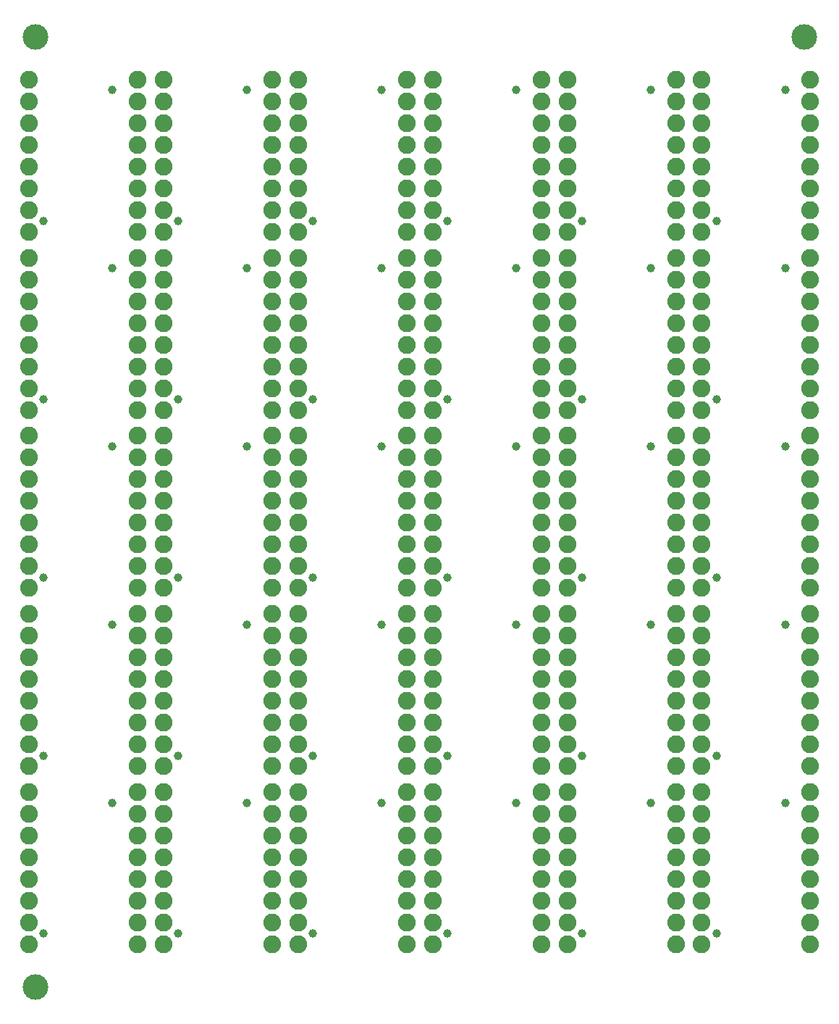
<source format=gbs>
%TF.GenerationSoftware,KiCad,Pcbnew,7.0.10*%
%TF.CreationDate,2024-02-23T15:38:17-07:00*%
%TF.ProjectId,SparkFun_Stepper_Motor_Breakout_TC78H670FTG_panelized,53706172-6b46-4756-9e5f-537465707065,rev?*%
%TF.SameCoordinates,Original*%
%TF.FileFunction,Soldermask,Bot*%
%TF.FilePolarity,Negative*%
%FSLAX46Y46*%
G04 Gerber Fmt 4.6, Leading zero omitted, Abs format (unit mm)*
G04 Created by KiCad (PCBNEW 7.0.10) date 2024-02-23 15:38:17*
%MOMM*%
%LPD*%
G01*
G04 APERTURE LIST*
%ADD10C,2.082800*%
%ADD11C,1.000000*%
%ADD12C,3.000000*%
G04 APERTURE END LIST*
D10*
%TO.C,J2*%
X148590000Y-95250000D03*
X148590000Y-97790000D03*
X148590000Y-100330000D03*
X148590000Y-102870000D03*
X148590000Y-105410000D03*
X148590000Y-107950000D03*
X148590000Y-110490000D03*
X148590000Y-113030000D03*
%TD*%
%TO.C,J2*%
X148590000Y-53610000D03*
X148590000Y-56150000D03*
X148590000Y-58690000D03*
X148590000Y-61230000D03*
X148590000Y-63770000D03*
X148590000Y-66310000D03*
X148590000Y-68850000D03*
X148590000Y-71390000D03*
%TD*%
%TO.C,J2*%
X164330000Y-11970000D03*
X164330000Y-14510000D03*
X164330000Y-17050000D03*
X164330000Y-19590000D03*
X164330000Y-22130000D03*
X164330000Y-24670000D03*
X164330000Y-27210000D03*
X164330000Y-29750000D03*
%TD*%
%TO.C,J2*%
X164330000Y-95250000D03*
X164330000Y-97790000D03*
X164330000Y-100330000D03*
X164330000Y-102870000D03*
X164330000Y-105410000D03*
X164330000Y-107950000D03*
X164330000Y-110490000D03*
X164330000Y-113030000D03*
%TD*%
%TO.C,J2*%
X148590000Y-32790000D03*
X148590000Y-35330000D03*
X148590000Y-37870000D03*
X148590000Y-40410000D03*
X148590000Y-42950000D03*
X148590000Y-45490000D03*
X148590000Y-48030000D03*
X148590000Y-50570000D03*
%TD*%
%TO.C,J2*%
X148590000Y-11970000D03*
X148590000Y-14510000D03*
X148590000Y-17050000D03*
X148590000Y-19590000D03*
X148590000Y-22130000D03*
X148590000Y-24670000D03*
X148590000Y-27210000D03*
X148590000Y-29750000D03*
%TD*%
%TO.C,J2*%
X164330000Y-74430000D03*
X164330000Y-76970000D03*
X164330000Y-79510000D03*
X164330000Y-82050000D03*
X164330000Y-84590000D03*
X164330000Y-87130000D03*
X164330000Y-89670000D03*
X164330000Y-92210000D03*
%TD*%
%TO.C,J2*%
X164330000Y-32790000D03*
X164330000Y-35330000D03*
X164330000Y-37870000D03*
X164330000Y-40410000D03*
X164330000Y-42950000D03*
X164330000Y-45490000D03*
X164330000Y-48030000D03*
X164330000Y-50570000D03*
%TD*%
%TO.C,J2*%
X148590000Y-74430000D03*
X148590000Y-76970000D03*
X148590000Y-79510000D03*
X148590000Y-82050000D03*
X148590000Y-84590000D03*
X148590000Y-87130000D03*
X148590000Y-89670000D03*
X148590000Y-92210000D03*
%TD*%
%TO.C,J2*%
X227290000Y-74430000D03*
X227290000Y-76970000D03*
X227290000Y-79510000D03*
X227290000Y-82050000D03*
X227290000Y-84590000D03*
X227290000Y-87130000D03*
X227290000Y-89670000D03*
X227290000Y-92210000D03*
%TD*%
%TO.C,J2*%
X164330000Y-53610000D03*
X164330000Y-56150000D03*
X164330000Y-58690000D03*
X164330000Y-61230000D03*
X164330000Y-63770000D03*
X164330000Y-66310000D03*
X164330000Y-68850000D03*
X164330000Y-71390000D03*
%TD*%
%TO.C,J2*%
X211550000Y-53610000D03*
X211550000Y-56150000D03*
X211550000Y-58690000D03*
X211550000Y-61230000D03*
X211550000Y-63770000D03*
X211550000Y-66310000D03*
X211550000Y-68850000D03*
X211550000Y-71390000D03*
%TD*%
%TO.C,J2*%
X180070000Y-11970000D03*
X180070000Y-14510000D03*
X180070000Y-17050000D03*
X180070000Y-19590000D03*
X180070000Y-22130000D03*
X180070000Y-24670000D03*
X180070000Y-27210000D03*
X180070000Y-29750000D03*
%TD*%
%TO.C,J2*%
X227290000Y-95250000D03*
X227290000Y-97790000D03*
X227290000Y-100330000D03*
X227290000Y-102870000D03*
X227290000Y-105410000D03*
X227290000Y-107950000D03*
X227290000Y-110490000D03*
X227290000Y-113030000D03*
%TD*%
%TO.C,J2*%
X180070000Y-95250000D03*
X180070000Y-97790000D03*
X180070000Y-100330000D03*
X180070000Y-102870000D03*
X180070000Y-105410000D03*
X180070000Y-107950000D03*
X180070000Y-110490000D03*
X180070000Y-113030000D03*
%TD*%
%TO.C,J2*%
X211550000Y-32790000D03*
X211550000Y-35330000D03*
X211550000Y-37870000D03*
X211550000Y-40410000D03*
X211550000Y-42950000D03*
X211550000Y-45490000D03*
X211550000Y-48030000D03*
X211550000Y-50570000D03*
%TD*%
%TO.C,J2*%
X180070000Y-74430000D03*
X180070000Y-76970000D03*
X180070000Y-79510000D03*
X180070000Y-82050000D03*
X180070000Y-84590000D03*
X180070000Y-87130000D03*
X180070000Y-89670000D03*
X180070000Y-92210000D03*
%TD*%
%TO.C,J2*%
X195810000Y-74430000D03*
X195810000Y-76970000D03*
X195810000Y-79510000D03*
X195810000Y-82050000D03*
X195810000Y-84590000D03*
X195810000Y-87130000D03*
X195810000Y-89670000D03*
X195810000Y-92210000D03*
%TD*%
%TO.C,J2*%
X195810000Y-32790000D03*
X195810000Y-35330000D03*
X195810000Y-37870000D03*
X195810000Y-40410000D03*
X195810000Y-42950000D03*
X195810000Y-45490000D03*
X195810000Y-48030000D03*
X195810000Y-50570000D03*
%TD*%
%TO.C,J2*%
X195810000Y-11970000D03*
X195810000Y-14510000D03*
X195810000Y-17050000D03*
X195810000Y-19590000D03*
X195810000Y-22130000D03*
X195810000Y-24670000D03*
X195810000Y-27210000D03*
X195810000Y-29750000D03*
%TD*%
%TO.C,J2*%
X180070000Y-53610000D03*
X180070000Y-56150000D03*
X180070000Y-58690000D03*
X180070000Y-61230000D03*
X180070000Y-63770000D03*
X180070000Y-66310000D03*
X180070000Y-68850000D03*
X180070000Y-71390000D03*
%TD*%
%TO.C,J2*%
X195810000Y-53610000D03*
X195810000Y-56150000D03*
X195810000Y-58690000D03*
X195810000Y-61230000D03*
X195810000Y-63770000D03*
X195810000Y-66310000D03*
X195810000Y-68850000D03*
X195810000Y-71390000D03*
%TD*%
%TO.C,J2*%
X195810000Y-95250000D03*
X195810000Y-97790000D03*
X195810000Y-100330000D03*
X195810000Y-102870000D03*
X195810000Y-105410000D03*
X195810000Y-107950000D03*
X195810000Y-110490000D03*
X195810000Y-113030000D03*
%TD*%
%TO.C,J2*%
X211550000Y-74430000D03*
X211550000Y-76970000D03*
X211550000Y-79510000D03*
X211550000Y-82050000D03*
X211550000Y-84590000D03*
X211550000Y-87130000D03*
X211550000Y-89670000D03*
X211550000Y-92210000D03*
%TD*%
%TO.C,J2*%
X227290000Y-53610000D03*
X227290000Y-56150000D03*
X227290000Y-58690000D03*
X227290000Y-61230000D03*
X227290000Y-63770000D03*
X227290000Y-66310000D03*
X227290000Y-68850000D03*
X227290000Y-71390000D03*
%TD*%
%TO.C,J2*%
X227290000Y-32790000D03*
X227290000Y-35330000D03*
X227290000Y-37870000D03*
X227290000Y-40410000D03*
X227290000Y-42950000D03*
X227290000Y-45490000D03*
X227290000Y-48030000D03*
X227290000Y-50570000D03*
%TD*%
%TO.C,J2*%
X211550000Y-95250000D03*
X211550000Y-97790000D03*
X211550000Y-100330000D03*
X211550000Y-102870000D03*
X211550000Y-105410000D03*
X211550000Y-107950000D03*
X211550000Y-110490000D03*
X211550000Y-113030000D03*
%TD*%
%TO.C,J2*%
X180070000Y-32790000D03*
X180070000Y-35330000D03*
X180070000Y-37870000D03*
X180070000Y-40410000D03*
X180070000Y-42950000D03*
X180070000Y-45490000D03*
X180070000Y-48030000D03*
X180070000Y-50570000D03*
%TD*%
%TO.C,J2*%
X211550000Y-11970000D03*
X211550000Y-14510000D03*
X211550000Y-17050000D03*
X211550000Y-19590000D03*
X211550000Y-22130000D03*
X211550000Y-24670000D03*
X211550000Y-27210000D03*
X211550000Y-29750000D03*
%TD*%
%TO.C,J2*%
X227290000Y-11970000D03*
X227290000Y-14510000D03*
X227290000Y-17050000D03*
X227290000Y-19590000D03*
X227290000Y-22130000D03*
X227290000Y-24670000D03*
X227290000Y-27210000D03*
X227290000Y-29750000D03*
%TD*%
%TO.C,J1*%
X135890000Y-95250000D03*
X135890000Y-97790000D03*
X135890000Y-100330000D03*
X135890000Y-102870000D03*
X135890000Y-105410000D03*
X135890000Y-107950000D03*
X135890000Y-110490000D03*
X135890000Y-113030000D03*
%TD*%
%TO.C,J1*%
X135890000Y-74430000D03*
X135890000Y-76970000D03*
X135890000Y-79510000D03*
X135890000Y-82050000D03*
X135890000Y-84590000D03*
X135890000Y-87130000D03*
X135890000Y-89670000D03*
X135890000Y-92210000D03*
%TD*%
%TO.C,J1*%
X214590000Y-74430000D03*
X214590000Y-76970000D03*
X214590000Y-79510000D03*
X214590000Y-82050000D03*
X214590000Y-84590000D03*
X214590000Y-87130000D03*
X214590000Y-89670000D03*
X214590000Y-92210000D03*
%TD*%
%TO.C,J1*%
X214590000Y-32790000D03*
X214590000Y-35330000D03*
X214590000Y-37870000D03*
X214590000Y-40410000D03*
X214590000Y-42950000D03*
X214590000Y-45490000D03*
X214590000Y-48030000D03*
X214590000Y-50570000D03*
%TD*%
%TO.C,J1*%
X214590000Y-53610000D03*
X214590000Y-56150000D03*
X214590000Y-58690000D03*
X214590000Y-61230000D03*
X214590000Y-63770000D03*
X214590000Y-66310000D03*
X214590000Y-68850000D03*
X214590000Y-71390000D03*
%TD*%
%TO.C,J1*%
X214590000Y-11970000D03*
X214590000Y-14510000D03*
X214590000Y-17050000D03*
X214590000Y-19590000D03*
X214590000Y-22130000D03*
X214590000Y-24670000D03*
X214590000Y-27210000D03*
X214590000Y-29750000D03*
%TD*%
%TO.C,J1*%
X135890000Y-11970000D03*
X135890000Y-14510000D03*
X135890000Y-17050000D03*
X135890000Y-19590000D03*
X135890000Y-22130000D03*
X135890000Y-24670000D03*
X135890000Y-27210000D03*
X135890000Y-29750000D03*
%TD*%
%TO.C,J1*%
X167370000Y-53610000D03*
X167370000Y-56150000D03*
X167370000Y-58690000D03*
X167370000Y-61230000D03*
X167370000Y-63770000D03*
X167370000Y-66310000D03*
X167370000Y-68850000D03*
X167370000Y-71390000D03*
%TD*%
%TO.C,J1*%
X198850000Y-11970000D03*
X198850000Y-14510000D03*
X198850000Y-17050000D03*
X198850000Y-19590000D03*
X198850000Y-22130000D03*
X198850000Y-24670000D03*
X198850000Y-27210000D03*
X198850000Y-29750000D03*
%TD*%
%TO.C,J1*%
X183110000Y-95250000D03*
X183110000Y-97790000D03*
X183110000Y-100330000D03*
X183110000Y-102870000D03*
X183110000Y-105410000D03*
X183110000Y-107950000D03*
X183110000Y-110490000D03*
X183110000Y-113030000D03*
%TD*%
%TO.C,J1*%
X183110000Y-11970000D03*
X183110000Y-14510000D03*
X183110000Y-17050000D03*
X183110000Y-19590000D03*
X183110000Y-22130000D03*
X183110000Y-24670000D03*
X183110000Y-27210000D03*
X183110000Y-29750000D03*
%TD*%
%TO.C,J1*%
X151630000Y-32790000D03*
X151630000Y-35330000D03*
X151630000Y-37870000D03*
X151630000Y-40410000D03*
X151630000Y-42950000D03*
X151630000Y-45490000D03*
X151630000Y-48030000D03*
X151630000Y-50570000D03*
%TD*%
%TO.C,J1*%
X183110000Y-74430000D03*
X183110000Y-76970000D03*
X183110000Y-79510000D03*
X183110000Y-82050000D03*
X183110000Y-84590000D03*
X183110000Y-87130000D03*
X183110000Y-89670000D03*
X183110000Y-92210000D03*
%TD*%
%TO.C,J1*%
X151630000Y-95250000D03*
X151630000Y-97790000D03*
X151630000Y-100330000D03*
X151630000Y-102870000D03*
X151630000Y-105410000D03*
X151630000Y-107950000D03*
X151630000Y-110490000D03*
X151630000Y-113030000D03*
%TD*%
%TO.C,J1*%
X151630000Y-11970000D03*
X151630000Y-14510000D03*
X151630000Y-17050000D03*
X151630000Y-19590000D03*
X151630000Y-22130000D03*
X151630000Y-24670000D03*
X151630000Y-27210000D03*
X151630000Y-29750000D03*
%TD*%
%TO.C,J1*%
X151630000Y-74430000D03*
X151630000Y-76970000D03*
X151630000Y-79510000D03*
X151630000Y-82050000D03*
X151630000Y-84590000D03*
X151630000Y-87130000D03*
X151630000Y-89670000D03*
X151630000Y-92210000D03*
%TD*%
%TO.C,J1*%
X167370000Y-95250000D03*
X167370000Y-97790000D03*
X167370000Y-100330000D03*
X167370000Y-102870000D03*
X167370000Y-105410000D03*
X167370000Y-107950000D03*
X167370000Y-110490000D03*
X167370000Y-113030000D03*
%TD*%
%TO.C,J1*%
X183110000Y-53610000D03*
X183110000Y-56150000D03*
X183110000Y-58690000D03*
X183110000Y-61230000D03*
X183110000Y-63770000D03*
X183110000Y-66310000D03*
X183110000Y-68850000D03*
X183110000Y-71390000D03*
%TD*%
%TO.C,J1*%
X135890000Y-32790000D03*
X135890000Y-35330000D03*
X135890000Y-37870000D03*
X135890000Y-40410000D03*
X135890000Y-42950000D03*
X135890000Y-45490000D03*
X135890000Y-48030000D03*
X135890000Y-50570000D03*
%TD*%
%TO.C,J1*%
X183110000Y-32790000D03*
X183110000Y-35330000D03*
X183110000Y-37870000D03*
X183110000Y-40410000D03*
X183110000Y-42950000D03*
X183110000Y-45490000D03*
X183110000Y-48030000D03*
X183110000Y-50570000D03*
%TD*%
%TO.C,J1*%
X151630000Y-53610000D03*
X151630000Y-56150000D03*
X151630000Y-58690000D03*
X151630000Y-61230000D03*
X151630000Y-63770000D03*
X151630000Y-66310000D03*
X151630000Y-68850000D03*
X151630000Y-71390000D03*
%TD*%
%TO.C,J1*%
X167370000Y-74430000D03*
X167370000Y-76970000D03*
X167370000Y-79510000D03*
X167370000Y-82050000D03*
X167370000Y-84590000D03*
X167370000Y-87130000D03*
X167370000Y-89670000D03*
X167370000Y-92210000D03*
%TD*%
%TO.C,J1*%
X167370000Y-32790000D03*
X167370000Y-35330000D03*
X167370000Y-37870000D03*
X167370000Y-40410000D03*
X167370000Y-42950000D03*
X167370000Y-45490000D03*
X167370000Y-48030000D03*
X167370000Y-50570000D03*
%TD*%
%TO.C,J1*%
X135890000Y-53610000D03*
X135890000Y-56150000D03*
X135890000Y-58690000D03*
X135890000Y-61230000D03*
X135890000Y-63770000D03*
X135890000Y-66310000D03*
X135890000Y-68850000D03*
X135890000Y-71390000D03*
%TD*%
%TO.C,J1*%
X198850000Y-95250000D03*
X198850000Y-97790000D03*
X198850000Y-100330000D03*
X198850000Y-102870000D03*
X198850000Y-105410000D03*
X198850000Y-107950000D03*
X198850000Y-110490000D03*
X198850000Y-113030000D03*
%TD*%
%TO.C,J1*%
X198850000Y-74430000D03*
X198850000Y-76970000D03*
X198850000Y-79510000D03*
X198850000Y-82050000D03*
X198850000Y-84590000D03*
X198850000Y-87130000D03*
X198850000Y-89670000D03*
X198850000Y-92210000D03*
%TD*%
%TO.C,J1*%
X198850000Y-53610000D03*
X198850000Y-56150000D03*
X198850000Y-58690000D03*
X198850000Y-61230000D03*
X198850000Y-63770000D03*
X198850000Y-66310000D03*
X198850000Y-68850000D03*
X198850000Y-71390000D03*
%TD*%
%TO.C,J1*%
X198850000Y-32790000D03*
X198850000Y-35330000D03*
X198850000Y-37870000D03*
X198850000Y-40410000D03*
X198850000Y-42950000D03*
X198850000Y-45490000D03*
X198850000Y-48030000D03*
X198850000Y-50570000D03*
%TD*%
%TO.C,J1*%
X214590000Y-95250000D03*
X214590000Y-97790000D03*
X214590000Y-100330000D03*
X214590000Y-102870000D03*
X214590000Y-105410000D03*
X214590000Y-107950000D03*
X214590000Y-110490000D03*
X214590000Y-113030000D03*
%TD*%
%TO.C,J1*%
X167370000Y-11970000D03*
X167370000Y-14510000D03*
X167370000Y-17050000D03*
X167370000Y-19590000D03*
X167370000Y-22130000D03*
X167370000Y-24670000D03*
X167370000Y-27210000D03*
X167370000Y-29750000D03*
%TD*%
D11*
%TO.C,FID3*%
X145670000Y-96490000D03*
%TD*%
%TO.C,FID3*%
X145670000Y-75670000D03*
%TD*%
%TO.C,FID3*%
X145670000Y-13210000D03*
%TD*%
%TO.C,FID3*%
X161410000Y-54850000D03*
%TD*%
%TO.C,FID3*%
X145670000Y-34030000D03*
%TD*%
%TO.C,FID3*%
X145670000Y-54850000D03*
%TD*%
%TO.C,FID3*%
X161410000Y-96490000D03*
%TD*%
%TO.C,FID3*%
X161410000Y-75670000D03*
%TD*%
%TO.C,FID3*%
X192890000Y-75670000D03*
%TD*%
%TO.C,FID3*%
X192890000Y-54850000D03*
%TD*%
%TO.C,FID3*%
X177150000Y-54850000D03*
%TD*%
%TO.C,FID3*%
X177150000Y-34030000D03*
%TD*%
%TO.C,FID3*%
X177150000Y-13210000D03*
%TD*%
%TO.C,FID3*%
X177150000Y-96490000D03*
%TD*%
%TO.C,FID3*%
X161410000Y-13210000D03*
%TD*%
%TO.C,FID3*%
X192890000Y-34030000D03*
%TD*%
%TO.C,FID3*%
X192890000Y-13210000D03*
%TD*%
%TO.C,FID3*%
X161410000Y-34030000D03*
%TD*%
%TO.C,FID3*%
X208630000Y-96490000D03*
%TD*%
%TO.C,FID3*%
X208630000Y-75670000D03*
%TD*%
%TO.C,FID3*%
X192890000Y-96490000D03*
%TD*%
%TO.C,FID3*%
X177150000Y-75670000D03*
%TD*%
%TO.C,FID3*%
X208630000Y-54850000D03*
%TD*%
%TO.C,FID3*%
X208630000Y-34030000D03*
%TD*%
%TO.C,FID3*%
X224370000Y-54850000D03*
%TD*%
%TO.C,FID3*%
X224370000Y-34030000D03*
%TD*%
%TO.C,FID3*%
X224370000Y-75670000D03*
%TD*%
%TO.C,FID3*%
X208630000Y-13210000D03*
%TD*%
%TO.C,FID3*%
X224370000Y-96490000D03*
%TD*%
%TO.C,FID3*%
X224370000Y-13210000D03*
%TD*%
%TO.C,FID2*%
X137620000Y-111780000D03*
%TD*%
%TO.C,FID2*%
X200580000Y-70140000D03*
%TD*%
%TO.C,FID2*%
X200580000Y-90960000D03*
%TD*%
%TO.C,FID2*%
X184840000Y-111780000D03*
%TD*%
%TO.C,FID2*%
X200580000Y-111780000D03*
%TD*%
%TO.C,FID2*%
X216320000Y-111780000D03*
%TD*%
%TO.C,FID2*%
X216320000Y-70140000D03*
%TD*%
%TO.C,FID2*%
X200580000Y-28500000D03*
%TD*%
%TO.C,FID2*%
X200580000Y-49320000D03*
%TD*%
%TO.C,FID2*%
X184840000Y-90960000D03*
%TD*%
%TO.C,FID2*%
X216320000Y-90960000D03*
%TD*%
%TO.C,FID2*%
X184840000Y-70140000D03*
%TD*%
%TO.C,FID2*%
X216320000Y-28500000D03*
%TD*%
%TO.C,FID2*%
X184840000Y-49320000D03*
%TD*%
%TO.C,FID2*%
X184840000Y-28500000D03*
%TD*%
%TO.C,FID2*%
X169100000Y-28500000D03*
%TD*%
%TO.C,FID2*%
X216320000Y-49320000D03*
%TD*%
%TO.C,FID2*%
X137620000Y-90960000D03*
%TD*%
%TO.C,FID2*%
X153360000Y-49320000D03*
%TD*%
%TO.C,FID2*%
X153360000Y-28500000D03*
%TD*%
%TO.C,FID2*%
X169100000Y-111780000D03*
%TD*%
%TO.C,FID2*%
X169100000Y-90960000D03*
%TD*%
%TO.C,FID2*%
X169100000Y-70140000D03*
%TD*%
%TO.C,FID2*%
X169100000Y-49320000D03*
%TD*%
%TO.C,FID2*%
X137620000Y-49320000D03*
%TD*%
%TO.C,FID2*%
X153360000Y-111780000D03*
%TD*%
%TO.C,FID2*%
X137620000Y-28500000D03*
%TD*%
%TO.C,FID2*%
X153360000Y-90960000D03*
%TD*%
%TO.C,FID2*%
X153360000Y-70140000D03*
%TD*%
%TO.C,FID2*%
X137620000Y-70140000D03*
%TD*%
D12*
%TO.C,*%
X136620000Y-117975000D03*
%TD*%
%TO.C,*%
X136620000Y-7025000D03*
%TD*%
%TO.C,*%
X226560000Y-7025000D03*
%TD*%
M02*

</source>
